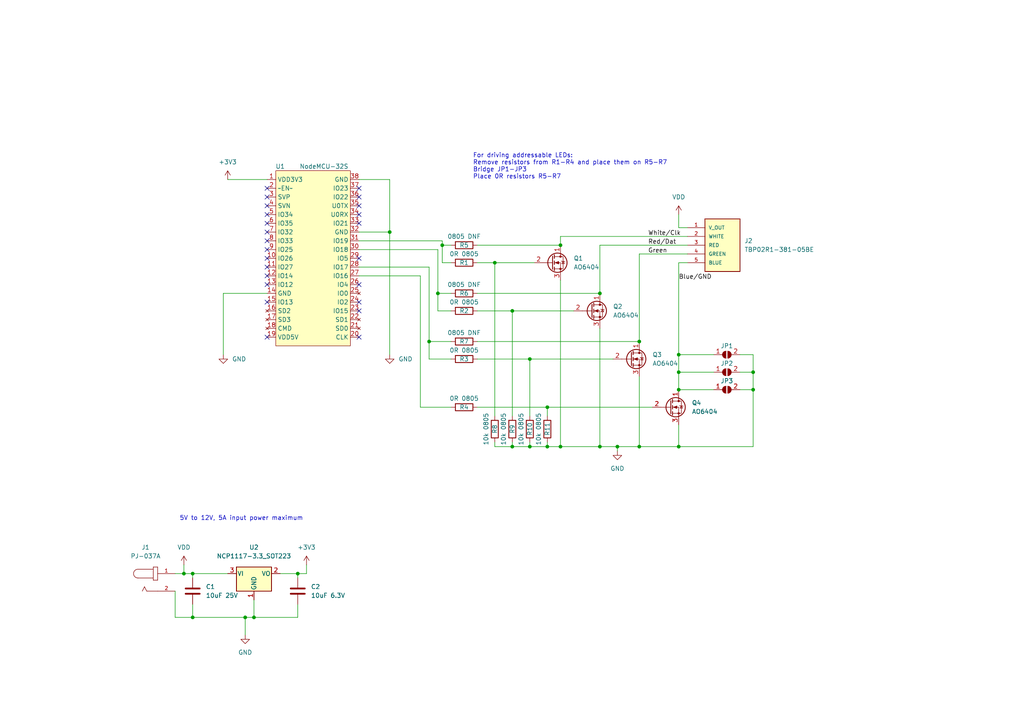
<source format=kicad_sch>
(kicad_sch (version 20211123) (generator eeschema)
  (paper "A4")
  (title_block (title "ESP32 LED driver board") (date "2022-01-01") (rev "1") (company "Matt Callaghan"))
  (lib_symbols
    (symbol "AO6404_1" (pin_names hide)
      (property "Reference" "Q" (at 5.08 2.54 0))
      (property "Value" "AO6404_1" (at 5.08 0 0))
      (symbol "AO6404_1_0_1"
        (circle (center -0.889 0) (radius 2.794) (stroke (width 0.254)))
        (circle (center 0 -1.778) (radius 0.254) (fill (type outline)))
        (polyline (pts (xy -2.286 0) (xy -5.08 0)))
        (polyline (pts (xy -2.286 1.905) (xy -2.286 -1.905)) (stroke (width 0.254)))
        (polyline (pts (xy -1.778 -1.27) (xy -1.778 -2.286)) (stroke (width 0.254)))
        (polyline (pts (xy -1.778 0.508) (xy -1.778 -0.508)) (stroke (width 0.254)))
        (polyline (pts (xy -1.778 2.286) (xy -1.778 1.27)) (stroke (width 0.254)))
        (polyline (pts (xy 0 2.54) (xy 0 1.778)))
        (polyline (pts (xy 0 -2.54) (xy 0 0) (xy -1.778 0)))
        (polyline (pts (xy -1.778 -1.778) (xy 0.762 -1.778) (xy 0.762 1.778) (xy -1.778 1.778)))
        (polyline (pts (xy -1.524 0) (xy -0.508 0.381) (xy -0.508 -0.381) (xy -1.524 0)) (fill (type outline)))
        (polyline (pts (xy 0.254 0.508) (xy 0.381 0.381) (xy 1.143 0.381) (xy 1.27 0.254)))
        (polyline (pts (xy 0.762 0.381) (xy 0.381 -0.254) (xy 1.143 -0.254) (xy 0.762 0.381)))
        (circle (center 0 1.778) (radius 0.254) (fill (type outline)))
      )
      (symbol "AO6404_1_1_1"
        (pin passive line (at 0 5.08 270) (length 2.54) (name "D") (number "1"))
        (pin input line (at -7.62 0 0) (length 2.54) (name "G") (number "2"))
        (pin passive line (at 0 -5.08 90) (length 2.54) (name "S") (number "3"))
      )
    )
    (symbol "Device:C" (pin_numbers hide) (pin_names (offset 0.254))
      (property "Reference" "C" (at 0.635 2.54 0))
      (property "Value" "C" (at 0.635 -2.54 0))
      (symbol "C_0_1"
        (polyline (pts (xy -2.032 -0.762) (xy 2.032 -0.762)) (stroke (width 0.508)))
        (polyline (pts (xy -2.032 0.762) (xy 2.032 0.762)) (stroke (width 0.508)))
      )
      (symbol "C_1_1"
        (pin passive line (at 0 3.81 270) (length 2.794) (name "~") (number "1"))
        (pin passive line (at 0 -3.81 90) (length 2.794) (name "~") (number "2"))
      )
    )
    (symbol "Device:R" (pin_numbers hide) (pin_names (offset 0))
      (property "Reference" "R" (at 2.032 0 90))
      (property "Value" "R" (at 0 0 90))
      (symbol "R_0_1"
        (rectangle (start -1.016 -2.54) (end 1.016 2.54) (stroke (width 0.254)))
      )
      (symbol "R_1_1"
        (pin passive line (at 0 3.81 270) (length 1.27) (name "~") (number "1"))
        (pin passive line (at 0 -3.81 90) (length 1.27) (name "~") (number "2"))
      )
    )
    (symbol "Jumper:SolderJumper_2_Open" (pin_names (offset 0) hide)
      (property "Reference" "JP" (at 0 2.032 0))
      (property "Value" "SolderJumper_2_Open" (at 0 -2.54 0))
      (symbol "SolderJumper_2_Open_0_1"
        (arc (start -0.254 1.016) (mid -1.27 0) (end -0.254 -1.016))
        (arc (start -0.254 1.016) (mid -1.27 0) (end -0.254 -1.016) (fill (type outline)))
        (polyline (pts (xy -0.254 1.016) (xy -0.254 -1.016)))
        (polyline (pts (xy 0.254 1.016) (xy 0.254 -1.016)))
        (arc (start 0.254 -1.016) (mid 1.27 0) (end 0.254 1.016))
        (arc (start 0.254 -1.016) (mid 1.27 0) (end 0.254 1.016) (fill (type outline)))
      )
      (symbol "SolderJumper_2_Open_1_1"
        (pin passive line (at -3.81 0 0) (length 2.54) (name "A") (number "1"))
        (pin passive line (at 3.81 0 180) (length 2.54) (name "B") (number "2"))
      )
    )
    (symbol "Matts_Library:AO6404" (pin_names hide)
      (property "Reference" "Q" (at 5.08 2.54 0))
      (property "Value" "AO6404" (at 5.08 0 0))
      (symbol "AO6404_0_1"
        (circle (center -0.889 0) (radius 2.794) (stroke (width 0.254)))
        (circle (center 0 -1.778) (radius 0.254) (fill (type outline)))
        (polyline (pts (xy -2.286 0) (xy -5.08 0)))
        (polyline (pts (xy -2.286 1.905) (xy -2.286 -1.905)) (stroke (width 0.254)))
        (polyline (pts (xy -1.778 -1.27) (xy -1.778 -2.286)) (stroke (width 0.254)))
        (polyline (pts (xy -1.778 0.508) (xy -1.778 -0.508)) (stroke (width 0.254)))
        (polyline (pts (xy -1.778 2.286) (xy -1.778 1.27)) (stroke (width 0.254)))
        (polyline (pts (xy 0 2.54) (xy 0 1.778)))
        (polyline (pts (xy 0 -2.54) (xy 0 0) (xy -1.778 0)))
        (polyline (pts (xy -1.778 -1.778) (xy 0.762 -1.778) (xy 0.762 1.778) (xy -1.778 1.778)))
        (polyline (pts (xy -1.524 0) (xy -0.508 0.381) (xy -0.508 -0.381) (xy -1.524 0)) (fill (type outline)))
        (polyline (pts (xy 0.254 0.508) (xy 0.381 0.381) (xy 1.143 0.381) (xy 1.27 0.254)))
        (polyline (pts (xy 0.762 0.381) (xy 0.381 -0.254) (xy 1.143 -0.254) (xy 0.762 0.381)))
        (circle (center 0 1.778) (radius 0.254) (fill (type outline)))
      )
      (symbol "AO6404_1_1"
        (pin passive line (at 0 5.08 270) (length 2.54) (name "D") (number "1"))
        (pin input line (at -7.62 0 0) (length 2.54) (name "G") (number "2"))
        (pin passive line (at 0 -5.08 90) (length 2.54) (name "S") (number "3"))
      )
    )
    (symbol "Matts_Library:NodeMCU-32S"
      (property "Reference" "U" (at -10.16 25.4 0))
      (property "Value" "NodeMCU-32S" (at 2.54 25.4 0))
      (symbol "NodeMCU-32S_0_0"
        (pin bidirectional line (at -13.97 6.35 0) (length 2.54) (name "IO32") (number "7"))
      )
      (symbol "NodeMCU-32S_0_1"
        (rectangle (start -11.43 24.13) (end 10.16 -26.67) (fill (type background)))
      )
      (symbol "NodeMCU-32S_1_1"
        (pin power_in line (at -13.97 21.59 0) (length 2.54) (name "VDD3V3") (number "1"))
        (pin bidirectional line (at -13.97 -1.27 0) (length 2.54) (name "IO26") (number "10"))
        (pin bidirectional line (at -13.97 -3.81 0) (length 2.54) (name "IO27") (number "11"))
        (pin bidirectional line (at -13.97 -6.35 0) (length 2.54) (name "IO14") (number "12"))
        (pin bidirectional line (at -13.97 -8.89 0) (length 2.54) (name "IO12") (number "13"))
        (pin power_in line (at -13.97 -11.43 0) (length 2.54) (name "GND") (number "14"))
        (pin power_in line (at -13.97 -13.97 0) (length 2.54) (name "IO13") (number "15"))
        (pin no_connect line (at -13.97 -16.51 0) (length 2.54) (name "SD2") (number "16"))
        (pin no_connect line (at -13.97 -19.05 0) (length 2.54) (name "SD3") (number "17"))
        (pin no_connect line (at -13.97 -21.59 0) (length 2.54) (name "CMD") (number "18"))
        (pin power_in line (at -13.97 -24.13 0) (length 2.54) (name "VDD5V") (number "19"))
        (pin input line (at -13.97 19.05 0) (length 2.54) (name "~EN~") (number "2"))
        (pin bidirectional line (at 12.7 -24.13 180) (length 2.54) (name "CLK") (number "20"))
        (pin no_connect line (at 12.7 -21.59 180) (length 2.54) (name "SD0") (number "21"))
        (pin no_connect line (at 12.7 -19.05 180) (length 2.54) (name "SD1") (number "22"))
        (pin bidirectional line (at 12.7 -16.51 180) (length 2.54) (name "IO15") (number "23"))
        (pin bidirectional line (at 12.7 -13.97 180) (length 2.54) (name "IO2") (number "24"))
        (pin no_connect line (at 12.7 -11.43 180) (length 2.54) (name "IO0") (number "25"))
        (pin bidirectional line (at 12.7 -8.89 180) (length 2.54) (name "IO4") (number "26"))
        (pin bidirectional line (at 12.7 -6.35 180) (length 2.54) (name "IO16") (number "27"))
        (pin bidirectional line (at 12.7 -3.81 180) (length 2.54) (name "IO17") (number "28"))
        (pin bidirectional line (at 12.7 -1.27 180) (length 2.54) (name "IO5") (number "29"))
        (pin bidirectional line (at -13.97 16.51 0) (length 2.54) (name "SVP") (number "3"))
        (pin bidirectional line (at 12.7 1.27 180) (length 2.54) (name "IO18") (number "30"))
        (pin bidirectional line (at 12.7 3.81 180) (length 2.54) (name "IO19") (number "31"))
        (pin power_in line (at 12.7 6.35 180) (length 2.54) (name "GND") (number "32"))
        (pin bidirectional line (at 12.7 8.89 180) (length 2.54) (name "IO21") (number "33"))
        (pin bidirectional line (at 12.7 11.43 180) (length 2.54) (name "U0RX") (number "34"))
        (pin bidirectional line (at 12.7 13.97 180) (length 2.54) (name "U0TX") (number "35"))
        (pin bidirectional line (at 12.7 16.51 180) (length 2.54) (name "IO22") (number "36"))
        (pin bidirectional line (at 12.7 19.05 180) (length 2.54) (name "IO23") (number "37"))
        (pin power_in line (at 12.7 21.59 180) (length 2.54) (name "GND") (number "38"))
        (pin bidirectional line (at -13.97 13.97 0) (length 2.54) (name "SVN") (number "4"))
        (pin bidirectional line (at -13.97 11.43 0) (length 2.54) (name "IO34") (number "5"))
        (pin bidirectional line (at -13.97 8.89 0) (length 2.54) (name "IO35") (number "6"))
        (pin bidirectional line (at -13.97 3.81 0) (length 2.54) (name "IO33") (number "8"))
        (pin bidirectional line (at -13.97 1.27 0) (length 2.54) (name "IO25") (number "9"))
      )
    )
    (symbol "Matts_Library:PJ-037A" (pin_names (offset 1.016) hide)
      (property "Reference" "J" (at -7.62 5.08 0))
      (property "Value" "PJ-037A" (at -7.62 -5.08 0))
      (symbol "PJ-037A_0_0"
        (arc (start -5.715 3.81) (mid -6.985 2.54) (end -5.715 1.27) (stroke (width 0.1524)))
        (polyline (pts (xy -5.715 3.81) (xy -1.27 3.81)) (stroke (width 0.1524)))
        (polyline (pts (xy -3.81 -1.27) (xy -4.445 -2.54)) (stroke (width 0.1524)))
        (polyline (pts (xy -3.175 -2.54) (xy -3.81 -1.27)) (stroke (width 0.1524)))
        (polyline (pts (xy -1.27 0.635) (xy 0 0.635)) (stroke (width 0.1524)))
        (polyline (pts (xy -1.27 1.27) (xy -5.715 1.27)) (stroke (width 0.1524)))
        (polyline (pts (xy -1.27 1.27) (xy -1.27 0.635)) (stroke (width 0.1524)))
        (polyline (pts (xy -1.27 3.81) (xy -1.27 1.27)) (stroke (width 0.1524)))
        (polyline (pts (xy -1.27 4.445) (xy -1.27 3.81)) (stroke (width 0.1524)))
        (polyline (pts (xy 0 -2.54) (xy -3.175 -2.54)) (stroke (width 0.1524)))
        (polyline (pts (xy 0 0.635) (xy 0 4.445)) (stroke (width 0.1524)))
        (polyline (pts (xy 0 4.445) (xy -1.27 4.445)) (stroke (width 0.1524)))
        (pin passive line (at 5.08 2.54 180) (length 5.08) (name "~") (number "1"))
        (pin passive line (at 5.08 -2.54 180) (length 5.08) (name "~") (number "2"))
      )
    )
    (symbol "Matts_Library:TBP02R1-381-05BE" (pin_names (offset 1.016))
      (property "Reference" "J" (at -5.588 7.62 0))
      (property "Value" "TBP02R1-381-05BE" (at -5.08 -10.16 0))
      (symbol "TBP02R1-381-05BE_0_0"
        (rectangle (start -5.08 -7.62) (end 5.08 7.62) (stroke (width 0.254)) (fill (type background)))
        (pin passive line (at -10.16 5.08 0) (length 5.08) (name "V_OUT") (number "1"))
        (pin passive line (at -10.16 2.54 0) (length 5.08) (name "WHITE") (number "2"))
        (pin passive line (at -10.16 0 0) (length 5.08) (name "RED") (number "3"))
        (pin passive line (at -10.16 -2.54 0) (length 5.08) (name "GREEN") (number "4"))
        (pin passive line (at -10.16 -5.08 0) (length 5.08) (name "BLUE") (number "5"))
      )
    )
    (symbol "Regulator_Linear:NCP1117-3.3_SOT223" (pin_names (offset 0.254))
      (property "Reference" "U" (at -3.81 3.175 0))
      (property "Value" "NCP1117-3.3_SOT223" (at 0 3.175 0))
      (symbol "NCP1117-3.3_SOT223_0_1"
        (rectangle (start -5.08 -5.08) (end 5.08 1.905) (stroke (width 0.254)) (fill (type background)))
      )
      (symbol "NCP1117-3.3_SOT223_1_1"
        (pin power_in line (at 0 -7.62 90) (length 2.54) (name "GND") (number "1"))
        (pin power_out line (at 7.62 0 180) (length 2.54) (name "VO") (number "2"))
        (pin power_in line (at -7.62 0 0) (length 2.54) (name "VI") (number "3"))
      )
    )
    (symbol "power:+3V3" (power) (pin_names (offset 0))
      (property "Value" "+3V3" (at 0 3.556 0))
      (symbol "+3V3_0_1"
        (polyline (pts (xy -0.762 1.27) (xy 0 2.54)))
        (polyline (pts (xy 0 0) (xy 0 2.54)))
        (polyline (pts (xy 0 2.54) (xy 0.762 1.27)))
      )
      (symbol "+3V3_1_1"
        (pin power_in line (at 0 0 90) (length 0) hide (name "+3V3") (number "1"))
      )
    )
    (symbol "power:GND" (power) (pin_names (offset 0))
      (property "Value" "GND" (at 0 -3.81 0))
      (symbol "GND_0_1"
        (polyline (pts (xy 0 0) (xy 0 -1.27) (xy 1.27 -1.27) (xy 0 -2.54) (xy -1.27 -1.27) (xy 0 -1.27)))
      )
      (symbol "GND_1_1"
        (pin power_in line (at 0 0 270) (length 0) hide (name "GND") (number "1"))
      )
    )
    (symbol "power:VDD" (power) (pin_names (offset 0))
      (property "Value" "VDD" (at 0 3.81 0))
      (symbol "VDD_0_1"
        (polyline (pts (xy -0.762 1.27) (xy 0 2.54)))
        (polyline (pts (xy 0 0) (xy 0 2.54)))
        (polyline (pts (xy 0 2.54) (xy 0.762 1.27)))
      )
      (symbol "VDD_1_1"
        (pin power_in line (at 0 0 90) (length 0) hide (name "VDD") (number "1"))
      )
    )
  )
  (junction (at 73.66 179.07))
  (junction (at 55.88 179.07))
  (junction (at 185.42 129.54))
  (junction (at 179.07 129.54))
  (junction (at 148.59 129.54))
  (junction (at 218.44 107.95))
  (junction (at 53.34 166.37))
  (junction (at 71.12 179.07))
  (junction (at 218.44 113.03))
  (junction (at 196.85 102.87))
  (junction (at 143.51 76.2))
  (junction (at 158.75 118.11))
  (junction (at 128.27 71.12))
  (junction (at 162.56 71.12))
  (junction (at 127 85.09))
  (junction (at 196.85 107.95))
  (junction (at 153.67 104.14))
  (junction (at 173.99 85.09))
  (junction (at 113.03 67.31))
  (junction (at 124.46 99.06))
  (junction (at 86.36 166.37))
  (junction (at 153.67 129.54))
  (junction (at 185.42 99.06))
  (junction (at 173.99 129.54))
  (junction (at 148.59 90.17))
  (junction (at 196.85 129.54))
  (junction (at 196.85 113.03))
  (junction (at 162.56 129.54))
  (junction (at 158.75 129.54))
  (junction (at 55.88 166.37))
  (no_connect (at 77.47 54.61))
  (no_connect (at 77.47 57.15))
  (no_connect (at 77.47 59.69))
  (no_connect (at 77.47 62.23))
  (no_connect (at 77.47 69.85))
  (no_connect (at 77.47 72.39))
  (no_connect (at 77.47 74.93))
  (no_connect (at 77.47 77.47))
  (no_connect (at 77.47 67.31))
  (no_connect (at 77.47 64.77))
  (no_connect (at 104.14 97.79))
  (no_connect (at 77.47 82.55))
  (no_connect (at 77.47 80.01))
  (no_connect (at 77.47 97.79))
  (no_connect (at 77.47 87.63))
  (no_connect (at 104.14 82.55))
  (no_connect (at 104.14 90.17))
  (no_connect (at 104.14 74.93))
  (no_connect (at 104.14 87.63))
  (no_connect (at 104.14 54.61))
  (no_connect (at 104.14 64.77))
  (no_connect (at 104.14 62.23))
  (no_connect (at 104.14 59.69))
  (no_connect (at 104.14 57.15))
  (wire (pts (xy 127 85.09) (xy 130.81 85.09)))
  (wire (pts (xy 196.85 129.54) (xy 218.44 129.54)))
  (wire (pts (xy 196.85 123.19) (xy 196.85 129.54)))
  (wire (pts (xy 214.63 113.03) (xy 218.44 113.03)))
  (wire (pts (xy 196.85 107.95) (xy 196.85 102.87)))
  (wire (pts (xy 88.9 163.83) (xy 88.9 166.37)))
  (wire (pts (xy 113.03 52.07) (xy 113.03 67.31)))
  (wire (pts (xy 162.56 129.54) (xy 173.99 129.54)))
  (wire (pts (xy 124.46 99.06) (xy 130.81 99.06)))
  (wire (pts (xy 138.43 71.12) (xy 162.56 71.12)))
  (wire (pts (xy 50.8 171.45) (xy 50.8 179.07)))
  (wire (pts (xy 121.92 80.01) (xy 121.92 118.11)))
  (wire (pts (xy 64.77 85.09) (xy 77.47 85.09)))
  (wire (pts (xy 50.8 166.37) (xy 53.34 166.37)))
  (wire (pts (xy 179.07 129.54) (xy 185.42 129.54)))
  (wire (pts (xy 138.43 76.2) (xy 143.51 76.2)))
  (wire (pts (xy 148.59 128.27) (xy 148.59 129.54)))
  (wire (pts (xy 81.28 166.37) (xy 86.36 166.37)))
  (wire (pts (xy 158.75 118.11) (xy 189.23 118.11)))
  (wire (pts (xy 196.85 62.23) (xy 196.85 66.04)))
  (wire (pts (xy 196.85 102.87) (xy 207.01 102.87)))
  (wire (pts (xy 66.04 52.07) (xy 77.47 52.07)))
  (wire (pts (xy 148.59 90.17) (xy 148.59 120.65)))
  (wire (pts (xy 127 85.09) (xy 127 90.17)))
  (wire (pts (xy 148.59 90.17) (xy 166.37 90.17)))
  (wire (pts (xy 130.81 76.2) (xy 128.27 76.2)))
  (wire (pts (xy 124.46 99.06) (xy 124.46 104.14)))
  (wire (pts (xy 162.56 68.58) (xy 162.56 71.12)))
  (wire (pts (xy 104.14 72.39) (xy 127 72.39)))
  (wire (pts (xy 128.27 69.85) (xy 128.27 71.12)))
  (wire (pts (xy 128.27 76.2) (xy 128.27 71.12)))
  (wire (pts (xy 162.56 81.28) (xy 162.56 129.54)))
  (wire (pts (xy 104.14 69.85) (xy 128.27 69.85)))
  (wire (pts (xy 88.9 166.37) (xy 86.36 166.37)))
  (wire (pts (xy 86.36 167.64) (xy 86.36 166.37)))
  (wire (pts (xy 173.99 95.25) (xy 173.99 129.54)))
  (wire (pts (xy 55.88 166.37) (xy 66.04 166.37)))
  (wire (pts (xy 113.03 102.87) (xy 113.03 67.31)))
  (wire (pts (xy 127 72.39) (xy 127 85.09)))
  (wire (pts (xy 196.85 113.03) (xy 207.01 113.03)))
  (wire (pts (xy 50.8 179.07) (xy 55.88 179.07)))
  (wire (pts (xy 173.99 129.54) (xy 179.07 129.54)))
  (wire (pts (xy 185.42 73.66) (xy 199.39 73.66)))
  (wire (pts (xy 124.46 77.47) (xy 124.46 99.06)))
  (wire (pts (xy 153.67 104.14) (xy 153.67 120.65)))
  (wire (pts (xy 214.63 107.95) (xy 218.44 107.95)))
  (wire (pts (xy 73.66 173.99) (xy 73.66 179.07)))
  (wire (pts (xy 153.67 128.27) (xy 153.67 129.54)))
  (wire (pts (xy 138.43 118.11) (xy 158.75 118.11)))
  (wire (pts (xy 158.75 129.54) (xy 162.56 129.54)))
  (wire (pts (xy 138.43 85.09) (xy 173.99 85.09)))
  (wire (pts (xy 143.51 76.2) (xy 154.94 76.2)))
  (wire (pts (xy 185.42 129.54) (xy 196.85 129.54)))
  (wire (pts (xy 196.85 113.03) (xy 196.85 107.95)))
  (wire (pts (xy 158.75 118.11) (xy 158.75 120.65)))
  (wire (pts (xy 196.85 102.87) (xy 196.85 76.2)))
  (wire (pts (xy 53.34 166.37) (xy 55.88 166.37)))
  (wire (pts (xy 104.14 80.01) (xy 121.92 80.01)))
  (wire (pts (xy 124.46 104.14) (xy 130.81 104.14)))
  (wire (pts (xy 143.51 129.54) (xy 148.59 129.54)))
  (wire (pts (xy 185.42 109.22) (xy 185.42 129.54)))
  (wire (pts (xy 73.66 179.07) (xy 86.36 179.07)))
  (wire (pts (xy 71.12 179.07) (xy 73.66 179.07)))
  (wire (pts (xy 196.85 107.95) (xy 207.01 107.95)))
  (wire (pts (xy 127 90.17) (xy 130.81 90.17)))
  (wire (pts (xy 55.88 179.07) (xy 71.12 179.07)))
  (wire (pts (xy 128.27 71.12) (xy 130.81 71.12)))
  (wire (pts (xy 158.75 128.27) (xy 158.75 129.54)))
  (wire (pts (xy 179.07 129.54) (xy 179.07 130.81)))
  (wire (pts (xy 64.77 102.87) (xy 64.77 85.09)))
  (wire (pts (xy 218.44 102.87) (xy 218.44 107.95)))
  (wire (pts (xy 86.36 175.26) (xy 86.36 179.07)))
  (wire (pts (xy 218.44 107.95) (xy 218.44 113.03)))
  (wire (pts (xy 138.43 90.17) (xy 148.59 90.17)))
  (wire (pts (xy 55.88 167.64) (xy 55.88 166.37)))
  (wire (pts (xy 196.85 66.04) (xy 199.39 66.04)))
  (wire (pts (xy 148.59 129.54) (xy 153.67 129.54)))
  (wire (pts (xy 199.39 68.58) (xy 162.56 68.58)))
  (wire (pts (xy 55.88 175.26) (xy 55.88 179.07)))
  (wire (pts (xy 143.51 128.27) (xy 143.51 129.54)))
  (wire (pts (xy 121.92 118.11) (xy 130.81 118.11)))
  (wire (pts (xy 153.67 129.54) (xy 158.75 129.54)))
  (wire (pts (xy 185.42 99.06) (xy 185.42 73.66)))
  (wire (pts (xy 138.43 104.14) (xy 153.67 104.14)))
  (wire (pts (xy 71.12 179.07) (xy 71.12 184.15)))
  (wire (pts (xy 138.43 99.06) (xy 185.42 99.06)))
  (wire (pts (xy 53.34 163.83) (xy 53.34 166.37)))
  (wire (pts (xy 153.67 104.14) (xy 177.8 104.14)))
  (wire (pts (xy 143.51 120.65) (xy 143.51 76.2)))
  (wire (pts (xy 196.85 76.2) (xy 199.39 76.2)))
  (wire (pts (xy 104.14 52.07) (xy 113.03 52.07)))
  (wire (pts (xy 214.63 102.87) (xy 218.44 102.87)))
  (wire (pts (xy 218.44 113.03) (xy 218.44 129.54)))
  (wire (pts (xy 104.14 77.47) (xy 124.46 77.47)))
  (wire (pts (xy 173.99 71.12) (xy 199.39 71.12)))
  (wire (pts (xy 113.03 67.31) (xy 104.14 67.31)))
  (wire (pts (xy 173.99 85.09) (xy 173.99 71.12)))
  (text "For driving addressable LEDs:\nRemove resistors from R1-R4 and place them on R5-R7\nBridge JP1-JP3\nPlace 0R resistors R5-R7\n" (at 137.16 52.07 0) (effects (font (size 1.27 1.27)) (justify left bottom)))
  (text "5V to 12V, 5A input power maximum" (at 52.07 151.13 0) (effects (font (size 1.27 1.27)) (justify left bottom)))
  (label "Red{slash}Dat" (at 187.96 71.12 0))
  (label "White{slash}Clk" (at 187.96 68.58 0))
  (label "Blue{slash}GND" (at 196.85 81.28 0))
  (label "Green" (at 187.96 73.66 0))
  (symbol (lib_id "Device:C") (at 55.88 171.45 0) (unit 1)
    (property "Reference" "C1" (at 59.69 170.1799 0) (effects (justify left)))
    (property "Value" "10uF 25V" (at 59.69 172.7199 0) (effects (justify left)))
    (property "Footprint" "Capacitor_SMD:C_0805_2012Metric" (effects hide))
  )
  (symbol (lib_id "power:+3V3") (at 66.04 52.07 0) (unit 1)
    (property "Reference" "#PWR0104" (effects hide))
    (property "Value" "+3V3" (at 66.04 46.99 0))
  )
  (symbol (lib_id "Jumper:SolderJumper_2_Open") (at 210.82 107.95 0) (unit 1) (in_bom no)
    (property "Reference" "JP2" (at 210.82 105.41 0))
    (property "Value" "SolderJumper_2_Open" (effects hide))
    (property "Footprint" "Jumper:SolderJumper-2_P1.3mm_Open_TrianglePad1.0x1.5mm" (effects hide))
  )
  (symbol (lib_id "power:VDD") (at 196.85 62.23 0) (unit 1)
    (property "Reference" "#PWR0106" (effects hide))
    (property "Value" "VDD" (at 196.85 57.15 0))
  )
  (symbol (lib_name "AO6404_1") (lib_id "Matts_Library:AO6404") (at 162.56 76.2 0) (unit 1)
    (property "Reference" "Q1" (at 166.37 74.9299 0) (effects (justify left)))
    (property "Value" "AO6404" (at 166.37 77.4699 0) (effects (justify left)))
    (property "Footprint" "Matts_Library:AO6404" (effects hide))
    (property "Datasheet" "http://aosmd.com/res/data_sheets/AO6404.pdf" (effects hide))
  )
  (symbol (lib_id "Matts_Library:PJ-037A") (at 45.72 168.91 0) (unit 1)
    (property "Reference" "J1" (at 42.2275 158.75 0))
    (property "Value" "PJ-037A" (at 42.2275 161.29 0))
    (property "Footprint" "Matts_Library:CUI_PJ-037A" (effects hide))
    (property "STANDARD" "Manufacturer recommendations" (effects hide))
    (property "MANUFACTURER" "CUI INC" (effects hide))
  )
  (symbol (lib_id "Matts_Library:AO6404") (at 185.42 104.14 0) (unit 1)
    (property "Reference" "Q3" (at 189.23 102.8699 0) (effects (justify left)))
    (property "Value" "AO6404" (at 189.23 105.4099 0) (effects (justify left)))
    (property "Footprint" "Matts_Library:AO6404" (effects hide))
    (property "Datasheet" "http://aosmd.com/res/data_sheets/AO6404.pdf" (effects hide))
  )
  (symbol (lib_id "Device:R") (at 134.62 90.17 90) (unit 1)
    (property "Reference" "R2" (at 134.62 90.17 90))
    (property "Value" "0R 0805" (at 134.62 87.63 90))
    (property "Footprint" "Resistor_SMD:R_0805_2012Metric" (effects hide))
  )
  (symbol (lib_id "power:GND") (at 71.12 184.15 0) (unit 1)
    (property "Reference" "#PWR0103" (effects hide))
    (property "Value" "GND" (at 71.12 189.23 0))
  )
  (symbol (lib_id "Matts_Library:NodeMCU-32S") (at 91.44 73.66 0) (unit 1)
    (property "Reference" "U1" (at 81.28 48.26 0))
    (property "Value" "NodeMCU-32S" (at 93.98 48.26 0))
    (property "Footprint" "Matts_Library:NodeMCU-32S" (effects hide))
    (property "Datasheet" "https://www.shenzhen2u.com/NodeMCU-32S" (effects hide))
  )
  (symbol (lib_id "Device:R") (at 143.51 124.46 180) (unit 1)
    (property "Reference" "R8" (at 143.51 124.46 90))
    (property "Value" "10k 0805" (at 140.97 124.46 90))
    (property "Footprint" "Resistor_SMD:R_0805_2012Metric" (effects hide))
  )
  (symbol (lib_id "power:VDD") (at 53.34 163.83 0) (unit 1)
    (property "Reference" "#PWR0102" (effects hide))
    (property "Value" "VDD" (at 53.34 158.75 0))
  )
  (symbol (lib_id "power:+3V3") (at 88.9 163.83 0) (unit 1)
    (property "Reference" "#PWR0101" (effects hide))
    (property "Value" "+3V3" (at 88.9 158.75 0))
  )
  (symbol (lib_id "Matts_Library:AO6404") (at 196.85 118.11 0) (unit 1)
    (property "Reference" "Q4" (at 200.66 116.8399 0) (effects (justify left)))
    (property "Value" "AO6404" (at 200.66 119.3799 0) (effects (justify left)))
    (property "Footprint" "Matts_Library:AO6404" (effects hide))
    (property "Datasheet" "http://aosmd.com/res/data_sheets/AO6404.pdf" (effects hide))
  )
  (symbol (lib_id "Matts_Library:AO6404") (at 173.99 90.17 0) (unit 1)
    (property "Reference" "Q2" (at 177.8 88.8999 0) (effects (justify left)))
    (property "Value" "AO6404" (at 177.8 91.4399 0) (effects (justify left)))
    (property "Footprint" "Matts_Library:AO6404" (effects hide))
    (property "Datasheet" "http://aosmd.com/res/data_sheets/AO6404.pdf" (effects hide))
  )
  (symbol (lib_id "Device:C") (at 86.36 171.45 0) (unit 1)
    (property "Reference" "C2" (at 90.17 170.1799 0) (effects (justify left)))
    (property "Value" "10uF 6.3V" (at 90.17 172.7199 0) (effects (justify left)))
    (property "Footprint" "Capacitor_SMD:C_0603_1608Metric" (effects hide))
  )
  (symbol (lib_id "Regulator_Linear:NCP1117-3.3_SOT223") (at 73.66 166.37 0) (unit 1)
    (property "Reference" "U2" (at 73.66 158.75 0))
    (property "Value" "NCP1117-3.3_SOT223" (at 73.66 161.29 0))
    (property "Footprint" "Package_TO_SOT_SMD:SOT-223-3_TabPin2" (effects hide))
    (property "Datasheet" "http://www.onsemi.com/pub_link/Collateral/NCP1117-D.PDF" (effects hide))
  )
  (symbol (lib_id "power:GND") (at 179.07 130.81 0) (unit 1)
    (property "Reference" "#PWR0105" (effects hide))
    (property "Value" "GND" (at 179.07 135.89 0))
  )
  (symbol (lib_id "Device:R") (at 148.59 124.46 180) (unit 1)
    (property "Reference" "R9" (at 148.59 124.46 90))
    (property "Value" "10k 0805" (at 146.05 124.46 90))
    (property "Footprint" "Resistor_SMD:R_0805_2012Metric" (effects hide))
  )
  (symbol (lib_id "Jumper:SolderJumper_2_Open") (at 210.82 102.87 0) (unit 1) (in_bom no)
    (property "Reference" "JP1" (at 210.82 100.33 0))
    (property "Value" "SolderJumper_2_Open" (effects hide))
    (property "Footprint" "Jumper:SolderJumper-2_P1.3mm_Open_TrianglePad1.0x1.5mm" (effects hide))
  )
  (symbol (lib_id "Device:R") (at 134.62 99.06 90) (unit 1) (in_bom no)
    (property "Reference" "R7" (at 134.62 99.06 90))
    (property "Value" "0805 DNF" (at 134.62 96.52 90))
    (property "Footprint" "Resistor_SMD:R_0805_2012Metric" (effects hide))
  )
  (symbol (lib_id "Device:R") (at 134.62 85.09 90) (unit 1) (in_bom no)
    (property "Reference" "R6" (at 134.62 85.09 90))
    (property "Value" "0805 DNF" (at 134.62 82.55 90))
    (property "Footprint" "Resistor_SMD:R_0805_2012Metric" (effects hide))
  )
  (symbol (lib_id "Jumper:SolderJumper_2_Open") (at 210.82 113.03 0) (unit 1) (in_bom no)
    (property "Reference" "JP3" (at 210.82 110.49 0))
    (property "Value" "SolderJumper_2_Open" (effects hide))
    (property "Footprint" "Jumper:SolderJumper-2_P1.3mm_Open_TrianglePad1.0x1.5mm" (effects hide))
  )
  (symbol (lib_id "Device:R") (at 134.62 71.12 90) (unit 1) (in_bom no)
    (property "Reference" "R5" (at 134.62 71.12 90))
    (property "Value" "0805 DNF" (at 134.62 68.58 90))
    (property "Footprint" "Resistor_SMD:R_0805_2012Metric" (effects hide))
  )
  (symbol (lib_id "Device:R") (at 158.75 124.46 180) (unit 1)
    (property "Reference" "R11" (at 158.75 124.46 90))
    (property "Value" "10k 0805" (at 156.21 124.46 90))
    (property "Footprint" "Resistor_SMD:R_0805_2012Metric" (effects hide))
  )
  (symbol (lib_id "Device:R") (at 134.62 118.11 90) (unit 1)
    (property "Reference" "R4" (at 134.62 118.11 90))
    (property "Value" "0R 0805" (at 134.62 115.57 90))
    (property "Footprint" "Resistor_SMD:R_0805_2012Metric" (effects hide))
  )
  (symbol (lib_id "Matts_Library:TBP02R1-381-05BE") (at 209.55 71.12 0) (unit 1)
    (property "Reference" "J2" (at 215.9 69.8499 0) (effects (justify left)))
    (property "Value" "TBP02R1-381-05BE" (at 215.9 72.3899 0) (effects (justify left)))
    (property "Footprint" "Matts_Library:CUI_TBP02R1-381-05BE" (effects hide))
    (property "STANDARD" "Manufacturer Recommendations" (effects hide))
    (property "MANUFACTURER" "CUI" (effects hide))
  )
  (symbol (lib_id "power:GND") (at 113.03 102.87 0) (mirror y) (unit 1)
    (property "Reference" "#PWR0108" (effects hide))
    (property "Value" "GND" (at 115.57 104.1399 0) (effects (justify right)))
  )
  (symbol (lib_id "power:GND") (at 64.77 102.87 0) (mirror y) (unit 1)
    (property "Reference" "#PWR0107" (effects hide))
    (property "Value" "GND" (at 67.31 104.1399 0) (effects (justify right)))
  )
  (symbol (lib_id "Device:R") (at 134.62 104.14 90) (unit 1)
    (property "Reference" "R3" (at 134.62 104.14 90))
    (property "Value" "0R 0805" (at 134.62 101.6 90))
    (property "Footprint" "Resistor_SMD:R_0805_2012Metric" (effects hide))
  )
  (symbol (lib_id "Device:R") (at 134.62 76.2 90) (unit 1)
    (property "Reference" "R1" (at 134.62 76.2 90))
    (property "Value" "0R 0805" (at 134.62 73.66 90))
    (property "Footprint" "Resistor_SMD:R_0805_2012Metric" (effects hide))
  )
  (symbol (lib_id "Device:R") (at 153.67 124.46 180) (unit 1)
    (property "Reference" "R10" (at 153.67 124.46 90))
    (property "Value" "10k 0805" (at 151.13 124.46 90))
    (property "Footprint" "Resistor_SMD:R_0805_2012Metric" (effects hide))
  )
)
</source>
